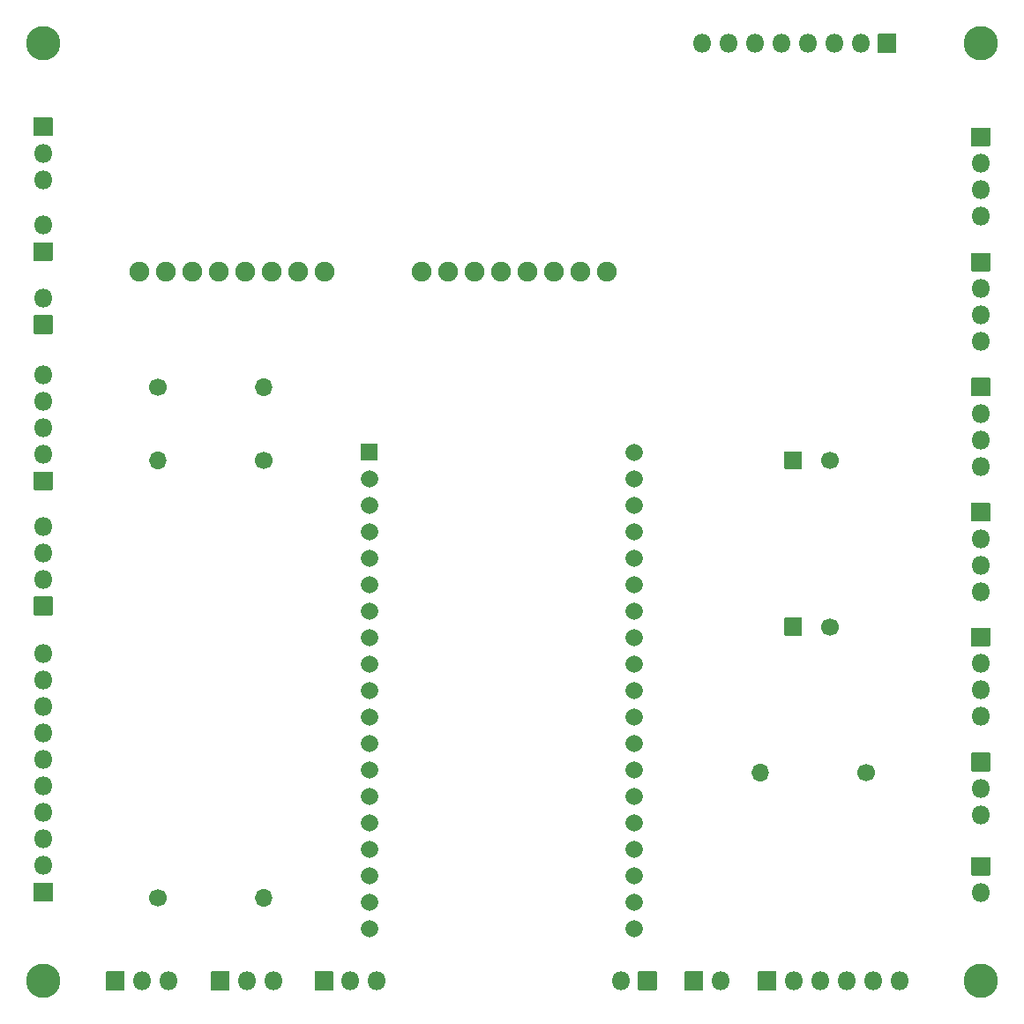
<source format=gbr>
%TF.GenerationSoftware,KiCad,Pcbnew,(5.1.12-1-10_14)*%
%TF.CreationDate,2022-01-09T11:34:05+01:00*%
%TF.ProjectId,mainPCB,6d61696e-5043-4422-9e6b-696361645f70,rev?*%
%TF.SameCoordinates,Original*%
%TF.FileFunction,Soldermask,Top*%
%TF.FilePolarity,Negative*%
%FSLAX46Y46*%
G04 Gerber Fmt 4.6, Leading zero omitted, Abs format (unit mm)*
G04 Created by KiCad (PCBNEW (5.1.12-1-10_14)) date 2022-01-09 11:34:05*
%MOMM*%
%LPD*%
G01*
G04 APERTURE LIST*
%ADD10C,1.700000*%
%ADD11C,3.300000*%
%ADD12O,1.700000X1.700000*%
%ADD13C,1.900000*%
%ADD14O,1.800000X1.800000*%
%ADD15C,1.660000*%
G04 APERTURE END LIST*
D10*
%TO.C,C_5V_relais1*%
X176500000Y-90000000D03*
G36*
G01*
X172150000Y-90800000D02*
X172150000Y-89200000D01*
G75*
G02*
X172200000Y-89150000I50000J0D01*
G01*
X173800000Y-89150000D01*
G75*
G02*
X173850000Y-89200000I0J-50000D01*
G01*
X173850000Y-90800000D01*
G75*
G02*
X173800000Y-90850000I-50000J0D01*
G01*
X172200000Y-90850000D01*
G75*
G02*
X172150000Y-90800000I0J50000D01*
G01*
G37*
%TD*%
D11*
%TO.C,M3*%
X191000000Y-50000000D03*
%TD*%
%TO.C,M3*%
X191000000Y-140000000D03*
%TD*%
%TO.C,M3*%
X101000000Y-140000000D03*
%TD*%
%TO.C,M3*%
X101000000Y-50000000D03*
%TD*%
D12*
%TO.C,R_5V_ind1*%
X122160000Y-83000000D03*
D10*
X112000000Y-83000000D03*
%TD*%
D12*
%TO.C,R_3V3_ind1*%
X122160000Y-132000000D03*
D10*
X112000000Y-132000000D03*
%TD*%
D13*
%TO.C,MAX2*%
X137360000Y-71900000D03*
X139900000Y-71900000D03*
X142440000Y-71900000D03*
X144980000Y-71900000D03*
X155140000Y-71900000D03*
X152600000Y-71900000D03*
X150060000Y-71900000D03*
X147520000Y-71900000D03*
%TD*%
%TO.C,MAX1*%
X110260000Y-71900000D03*
X112800000Y-71900000D03*
X115340000Y-71900000D03*
X117880000Y-71900000D03*
X128040000Y-71900000D03*
X125500000Y-71900000D03*
X122960000Y-71900000D03*
X120420000Y-71900000D03*
%TD*%
D14*
%TO.C,H_GND1*%
X191000000Y-78620000D03*
X191000000Y-76080000D03*
X191000000Y-73540000D03*
G36*
G01*
X190100000Y-71850000D02*
X190100000Y-70150000D01*
G75*
G02*
X190150000Y-70100000I50000J0D01*
G01*
X191850000Y-70100000D01*
G75*
G02*
X191900000Y-70150000I0J-50000D01*
G01*
X191900000Y-71850000D01*
G75*
G02*
X191850000Y-71900000I-50000J0D01*
G01*
X190150000Y-71900000D01*
G75*
G02*
X190100000Y-71850000I0J50000D01*
G01*
G37*
%TD*%
%TO.C,H_5V_IN1*%
X156460000Y-140000000D03*
G36*
G01*
X158150000Y-139100000D02*
X159850000Y-139100000D01*
G75*
G02*
X159900000Y-139150000I0J-50000D01*
G01*
X159900000Y-140850000D01*
G75*
G02*
X159850000Y-140900000I-50000J0D01*
G01*
X158150000Y-140900000D01*
G75*
G02*
X158100000Y-140850000I0J50000D01*
G01*
X158100000Y-139150000D01*
G75*
G02*
X158150000Y-139100000I50000J0D01*
G01*
G37*
%TD*%
%TO.C,H_5V1*%
X191000000Y-90620000D03*
X191000000Y-88080000D03*
X191000000Y-85540000D03*
G36*
G01*
X190100000Y-83850000D02*
X190100000Y-82150000D01*
G75*
G02*
X190150000Y-82100000I50000J0D01*
G01*
X191850000Y-82100000D01*
G75*
G02*
X191900000Y-82150000I0J-50000D01*
G01*
X191900000Y-83850000D01*
G75*
G02*
X191850000Y-83900000I-50000J0D01*
G01*
X190150000Y-83900000D01*
G75*
G02*
X190100000Y-83850000I0J50000D01*
G01*
G37*
%TD*%
%TO.C,H_LED_3V3*%
X166000000Y-140000000D03*
G36*
G01*
X164310000Y-140900000D02*
X162610000Y-140900000D01*
G75*
G02*
X162560000Y-140850000I0J50000D01*
G01*
X162560000Y-139150000D01*
G75*
G02*
X162610000Y-139100000I50000J0D01*
G01*
X164310000Y-139100000D01*
G75*
G02*
X164360000Y-139150000I0J-50000D01*
G01*
X164360000Y-140850000D01*
G75*
G02*
X164310000Y-140900000I-50000J0D01*
G01*
G37*
%TD*%
%TO.C,H_LED_5V1*%
X101000000Y-67460000D03*
G36*
G01*
X101900000Y-69150000D02*
X101900000Y-70850000D01*
G75*
G02*
X101850000Y-70900000I-50000J0D01*
G01*
X100150000Y-70900000D01*
G75*
G02*
X100100000Y-70850000I0J50000D01*
G01*
X100100000Y-69150000D01*
G75*
G02*
X100150000Y-69100000I50000J0D01*
G01*
X101850000Y-69100000D01*
G75*
G02*
X101900000Y-69150000I0J-50000D01*
G01*
G37*
%TD*%
%TO.C,H_3V3*%
X191000000Y-66620000D03*
X191000000Y-64080000D03*
X191000000Y-61540000D03*
G36*
G01*
X190100000Y-59850000D02*
X190100000Y-58150000D01*
G75*
G02*
X190150000Y-58100000I50000J0D01*
G01*
X191850000Y-58100000D01*
G75*
G02*
X191900000Y-58150000I0J-50000D01*
G01*
X191900000Y-59850000D01*
G75*
G02*
X191850000Y-59900000I-50000J0D01*
G01*
X190150000Y-59900000D01*
G75*
G02*
X190100000Y-59850000I0J50000D01*
G01*
G37*
%TD*%
%TO.C,H13_BLANK1*%
X183200000Y-140000000D03*
X180660000Y-140000000D03*
X178120000Y-140000000D03*
X175580000Y-140000000D03*
X173040000Y-140000000D03*
G36*
G01*
X171350000Y-140900000D02*
X169650000Y-140900000D01*
G75*
G02*
X169600000Y-140850000I0J50000D01*
G01*
X169600000Y-139150000D01*
G75*
G02*
X169650000Y-139100000I50000J0D01*
G01*
X171350000Y-139100000D01*
G75*
G02*
X171400000Y-139150000I0J-50000D01*
G01*
X171400000Y-140850000D01*
G75*
G02*
X171350000Y-140900000I-50000J0D01*
G01*
G37*
%TD*%
%TO.C,H12_SD1*%
X164220000Y-50000000D03*
X166760000Y-50000000D03*
X169300000Y-50000000D03*
X171840000Y-50000000D03*
X174380000Y-50000000D03*
X176920000Y-50000000D03*
X179460000Y-50000000D03*
G36*
G01*
X181150000Y-49100000D02*
X182850000Y-49100000D01*
G75*
G02*
X182900000Y-49150000I0J-50000D01*
G01*
X182900000Y-50850000D01*
G75*
G02*
X182850000Y-50900000I-50000J0D01*
G01*
X181150000Y-50900000D01*
G75*
G02*
X181100000Y-50850000I0J50000D01*
G01*
X181100000Y-49150000D01*
G75*
G02*
X181150000Y-49100000I50000J0D01*
G01*
G37*
%TD*%
%TO.C,H11_ANATEMP1*%
X191000000Y-102620000D03*
X191000000Y-100080000D03*
X191000000Y-97540000D03*
G36*
G01*
X190100000Y-95850000D02*
X190100000Y-94150000D01*
G75*
G02*
X190150000Y-94100000I50000J0D01*
G01*
X191850000Y-94100000D01*
G75*
G02*
X191900000Y-94150000I0J-50000D01*
G01*
X191900000Y-95850000D01*
G75*
G02*
X191850000Y-95900000I-50000J0D01*
G01*
X190150000Y-95900000D01*
G75*
G02*
X190100000Y-95850000I0J50000D01*
G01*
G37*
%TD*%
%TO.C,H10_PUMP1*%
X113000000Y-140000000D03*
X110460000Y-140000000D03*
G36*
G01*
X108770000Y-140900000D02*
X107070000Y-140900000D01*
G75*
G02*
X107020000Y-140850000I0J50000D01*
G01*
X107020000Y-139150000D01*
G75*
G02*
X107070000Y-139100000I50000J0D01*
G01*
X108770000Y-139100000D01*
G75*
G02*
X108820000Y-139150000I0J-50000D01*
G01*
X108820000Y-140850000D01*
G75*
G02*
X108770000Y-140900000I-50000J0D01*
G01*
G37*
%TD*%
%TO.C,H9_WATER1*%
X133040000Y-140000000D03*
X130500000Y-140000000D03*
G36*
G01*
X128810000Y-140900000D02*
X127110000Y-140900000D01*
G75*
G02*
X127060000Y-140850000I0J50000D01*
G01*
X127060000Y-139150000D01*
G75*
G02*
X127110000Y-139100000I50000J0D01*
G01*
X128810000Y-139100000D01*
G75*
G02*
X128860000Y-139150000I0J-50000D01*
G01*
X128860000Y-140850000D01*
G75*
G02*
X128810000Y-140900000I-50000J0D01*
G01*
G37*
%TD*%
%TO.C,H8_ROTA1*%
X101000000Y-81840000D03*
X101000000Y-84380000D03*
X101000000Y-86920000D03*
X101000000Y-89460000D03*
G36*
G01*
X101900000Y-91150000D02*
X101900000Y-92850000D01*
G75*
G02*
X101850000Y-92900000I-50000J0D01*
G01*
X100150000Y-92900000D01*
G75*
G02*
X100100000Y-92850000I0J50000D01*
G01*
X100100000Y-91150000D01*
G75*
G02*
X100150000Y-91100000I50000J0D01*
G01*
X101850000Y-91100000D01*
G75*
G02*
X101900000Y-91150000I0J-50000D01*
G01*
G37*
%TD*%
%TO.C,H7_SCALE1*%
X101000000Y-63080000D03*
X101000000Y-60540000D03*
G36*
G01*
X100100000Y-58850000D02*
X100100000Y-57150000D01*
G75*
G02*
X100150000Y-57100000I50000J0D01*
G01*
X101850000Y-57100000D01*
G75*
G02*
X101900000Y-57150000I0J-50000D01*
G01*
X101900000Y-58850000D01*
G75*
G02*
X101850000Y-58900000I-50000J0D01*
G01*
X100150000Y-58900000D01*
G75*
G02*
X100100000Y-58850000I0J50000D01*
G01*
G37*
%TD*%
%TO.C,H6_DISP1*%
X101000000Y-108620000D03*
X101000000Y-111160000D03*
X101000000Y-113700000D03*
X101000000Y-116240000D03*
X101000000Y-118780000D03*
X101000000Y-121320000D03*
X101000000Y-123860000D03*
X101000000Y-126400000D03*
X101000000Y-128940000D03*
G36*
G01*
X101900000Y-130630000D02*
X101900000Y-132330000D01*
G75*
G02*
X101850000Y-132380000I-50000J0D01*
G01*
X100150000Y-132380000D01*
G75*
G02*
X100100000Y-132330000I0J50000D01*
G01*
X100100000Y-130630000D01*
G75*
G02*
X100150000Y-130580000I50000J0D01*
G01*
X101850000Y-130580000D01*
G75*
G02*
X101900000Y-130630000I0J-50000D01*
G01*
G37*
%TD*%
%TO.C,H5_RGBLED1*%
X101000000Y-96380000D03*
X101000000Y-98920000D03*
X101000000Y-101460000D03*
G36*
G01*
X101900000Y-103150000D02*
X101900000Y-104850000D01*
G75*
G02*
X101850000Y-104900000I-50000J0D01*
G01*
X100150000Y-104900000D01*
G75*
G02*
X100100000Y-104850000I0J50000D01*
G01*
X100100000Y-103150000D01*
G75*
G02*
X100150000Y-103100000I50000J0D01*
G01*
X101850000Y-103100000D01*
G75*
G02*
X101900000Y-103150000I0J-50000D01*
G01*
G37*
%TD*%
%TO.C,H4_DHT22*%
X191000000Y-124080000D03*
X191000000Y-121540000D03*
G36*
G01*
X190100000Y-119850000D02*
X190100000Y-118150000D01*
G75*
G02*
X190150000Y-118100000I50000J0D01*
G01*
X191850000Y-118100000D01*
G75*
G02*
X191900000Y-118150000I0J-50000D01*
G01*
X191900000Y-119850000D01*
G75*
G02*
X191850000Y-119900000I-50000J0D01*
G01*
X190150000Y-119900000D01*
G75*
G02*
X190100000Y-119850000I0J50000D01*
G01*
G37*
%TD*%
%TO.C,H3_PUMPREL1*%
X123080000Y-140000000D03*
X120540000Y-140000000D03*
G36*
G01*
X118850000Y-140900000D02*
X117150000Y-140900000D01*
G75*
G02*
X117100000Y-140850000I0J50000D01*
G01*
X117100000Y-139150000D01*
G75*
G02*
X117150000Y-139100000I50000J0D01*
G01*
X118850000Y-139100000D01*
G75*
G02*
X118900000Y-139150000I0J-50000D01*
G01*
X118900000Y-140850000D01*
G75*
G02*
X118850000Y-140900000I-50000J0D01*
G01*
G37*
%TD*%
%TO.C,H2_UART1*%
X191000000Y-114620000D03*
X191000000Y-112080000D03*
X191000000Y-109540000D03*
G36*
G01*
X190100000Y-107850000D02*
X190100000Y-106150000D01*
G75*
G02*
X190150000Y-106100000I50000J0D01*
G01*
X191850000Y-106100000D01*
G75*
G02*
X191900000Y-106150000I0J-50000D01*
G01*
X191900000Y-107850000D01*
G75*
G02*
X191850000Y-107900000I-50000J0D01*
G01*
X190150000Y-107900000D01*
G75*
G02*
X190100000Y-107850000I0J50000D01*
G01*
G37*
%TD*%
%TO.C,H1_5V_IN1*%
X101000000Y-74460000D03*
G36*
G01*
X101900000Y-76150000D02*
X101900000Y-77850000D01*
G75*
G02*
X101850000Y-77900000I-50000J0D01*
G01*
X100150000Y-77900000D01*
G75*
G02*
X100100000Y-77850000I0J50000D01*
G01*
X100100000Y-76150000D01*
G75*
G02*
X100150000Y-76100000I50000J0D01*
G01*
X101850000Y-76100000D01*
G75*
G02*
X101900000Y-76150000I0J-50000D01*
G01*
G37*
%TD*%
D12*
%TO.C,EN_R1*%
X112000000Y-90000000D03*
D10*
X122160000Y-90000000D03*
%TD*%
D14*
%TO.C,H_ENABLE1*%
X191000000Y-131540000D03*
G36*
G01*
X190100000Y-129850000D02*
X190100000Y-128150000D01*
G75*
G02*
X190150000Y-128100000I50000J0D01*
G01*
X191850000Y-128100000D01*
G75*
G02*
X191900000Y-128150000I0J-50000D01*
G01*
X191900000Y-129850000D01*
G75*
G02*
X191850000Y-129900000I-50000J0D01*
G01*
X190150000Y-129900000D01*
G75*
G02*
X190100000Y-129850000I0J50000D01*
G01*
G37*
%TD*%
D12*
%TO.C,DHT22_R1*%
X169840000Y-120000000D03*
D10*
X180000000Y-120000000D03*
%TD*%
%TO.C,C1*%
X176500000Y-106000000D03*
G36*
G01*
X172150000Y-106800000D02*
X172150000Y-105200000D01*
G75*
G02*
X172200000Y-105150000I50000J0D01*
G01*
X173800000Y-105150000D01*
G75*
G02*
X173850000Y-105200000I0J-50000D01*
G01*
X173850000Y-106800000D01*
G75*
G02*
X173800000Y-106850000I-50000J0D01*
G01*
X172200000Y-106850000D01*
G75*
G02*
X172150000Y-106800000I0J50000D01*
G01*
G37*
%TD*%
D15*
%TO.C,U1*%
X157700000Y-134960000D03*
X157700000Y-132420000D03*
X157700000Y-129880000D03*
X157700000Y-127340000D03*
X157700000Y-124800000D03*
X157700000Y-122260000D03*
X157700000Y-119720000D03*
X157700000Y-117180000D03*
X157700000Y-114640000D03*
X157700000Y-112100000D03*
X157700000Y-109560000D03*
X157700000Y-107020000D03*
X157700000Y-104480000D03*
X157700000Y-101940000D03*
X157700000Y-99400000D03*
X157700000Y-96860000D03*
X157700000Y-94320000D03*
X157700000Y-91780000D03*
X157700000Y-89240000D03*
X132300000Y-132420000D03*
X132300000Y-129880000D03*
X132300000Y-127340000D03*
X132300000Y-124800000D03*
X132300000Y-122260000D03*
X132300000Y-119720000D03*
X132300000Y-117180000D03*
X132300000Y-114640000D03*
X132300000Y-112100000D03*
X132300000Y-109560000D03*
X132300000Y-107020000D03*
X132300000Y-104480000D03*
X132300000Y-101940000D03*
X132300000Y-99400000D03*
X132300000Y-96860000D03*
X132300000Y-94320000D03*
X132300000Y-134960000D03*
X132300000Y-91780000D03*
G36*
G01*
X131470000Y-90020000D02*
X131470000Y-88460000D01*
G75*
G02*
X131520000Y-88410000I50000J0D01*
G01*
X133080000Y-88410000D01*
G75*
G02*
X133130000Y-88460000I0J-50000D01*
G01*
X133130000Y-90020000D01*
G75*
G02*
X133080000Y-90070000I-50000J0D01*
G01*
X131520000Y-90070000D01*
G75*
G02*
X131470000Y-90020000I0J50000D01*
G01*
G37*
%TD*%
M02*

</source>
